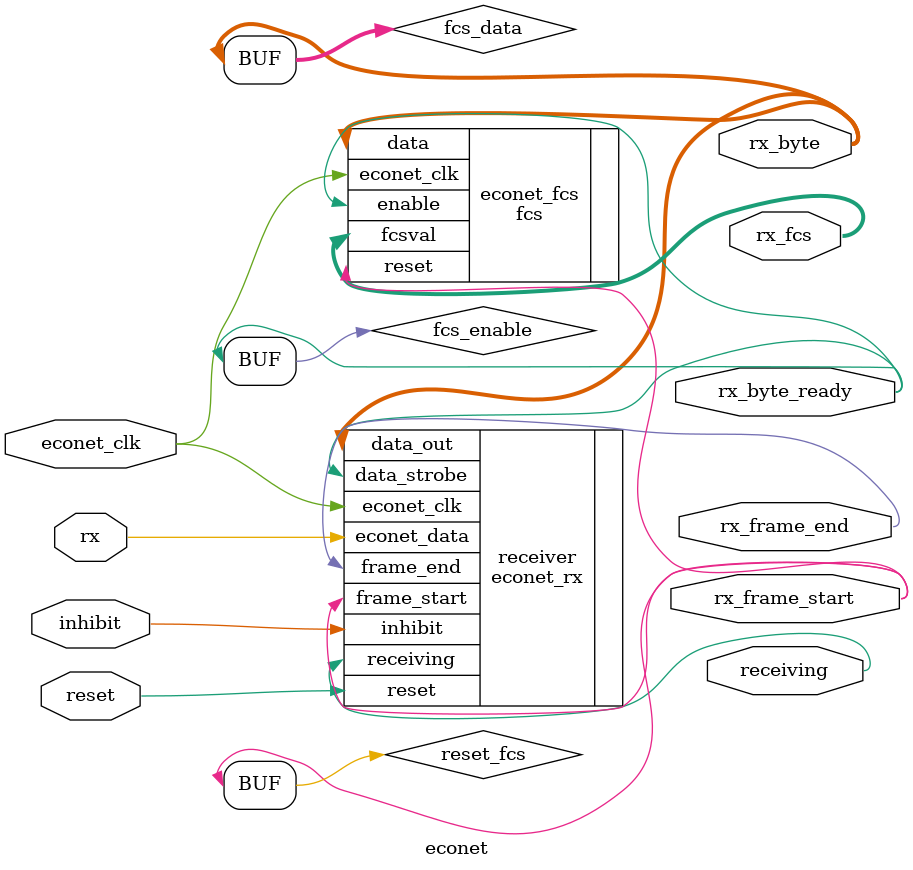
<source format=v>
module econet
(
   input reset,
   input econet_clk,
   input rx,
   input inhibit,

   output [7:0]   rx_byte,
   output [15:0]  rx_fcs,
   output         rx_byte_ready,
   output         rx_frame_start,
   output         rx_frame_end,
   output         receiving
);

   wire rx_byte_ready;
   wire rx_frame_start;
   wire rx_frame_end;
   wire [7:0] rx_byte;
   wire [15:0] rx_fcs;

   wire reset_fcs;
   wire [7:0] fcs_data;
   wire fcs_enable;

   assign reset_fcs = rx_frame_start;
   assign fcs_data = rx_byte;
   assign fcs_enable = rx_byte_ready;

   // Receive frames
   econet_rx receiver(
      .reset(reset),
      .econet_clk(econet_clk),
      .econet_data(rx),
      .inhibit(inhibit),
      .data_out(rx_byte),
      .data_strobe(rx_byte_ready),
      .frame_start(rx_frame_start),
      .frame_end(rx_frame_end),
      .receiving(receiving)
   );

   fcs econet_fcs(
      .reset(reset_fcs),
      .econet_clk(econet_clk),
      .data(fcs_data),
      .enable(fcs_enable),
      .fcsval(rx_fcs)
   );


endmodule

</source>
